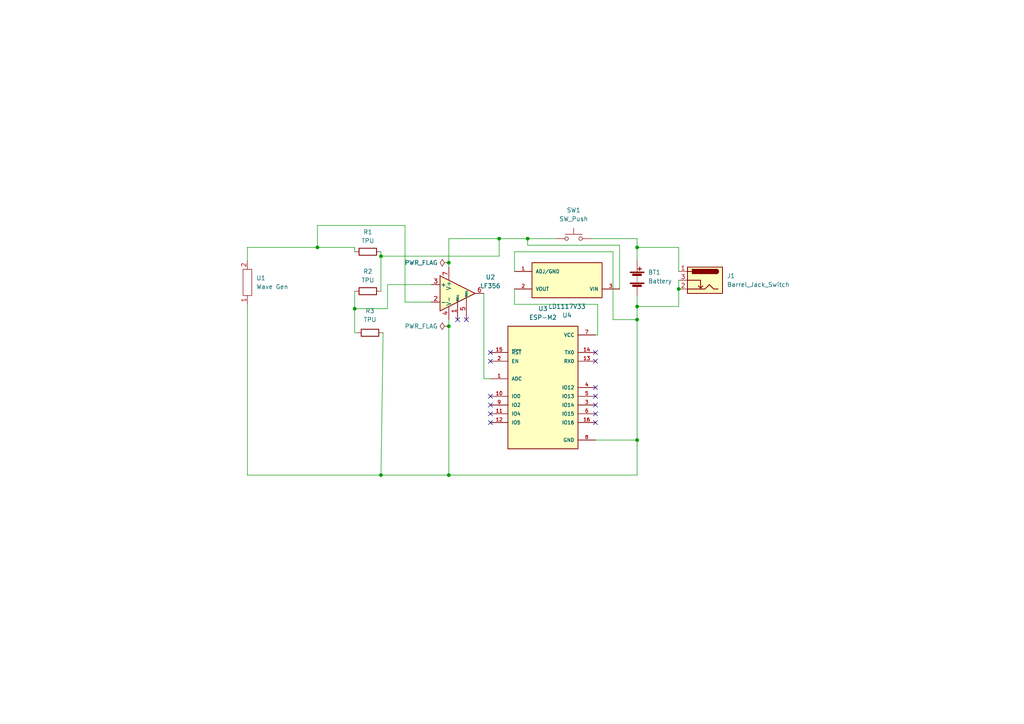
<source format=kicad_sch>
(kicad_sch (version 20211123) (generator eeschema)
  (paper "A4")
  (lib_symbols
    (symbol "Amplifier_Operational:LF356" (pin_names (offset 0.127))
      (property "Reference" "U" (at 0 6.35 0))
      (property "Value" "LF356" (at 0 3.81 0))
      (symbol "LF356_0_1"
        (polyline (pts (xy -5.08 5.08) (xy 5.08 0) (xy -5.08 -5.08) (xy -5.08 5.08)) (stroke (width 0.254)) (fill (type background)))
      )
      (symbol "LF356_1_1"
        (pin input line (at 0 -7.62 90) (length 5.08) (name "NULL") (number "1"))
        (pin input line (at -7.62 -2.54 0) (length 2.54) (name "-") (number "2"))
        (pin input line (at -7.62 2.54 0) (length 2.54) (name "+") (number "3"))
        (pin power_in line (at -2.54 -7.62 90) (length 3.81) (name "V-") (number "4"))
        (pin input line (at 2.54 -7.62 90) (length 6.35) (name "NULL") (number "5"))
        (pin output line (at 7.62 0 180) (length 2.54) (name "~") (number "6"))
        (pin power_in line (at -2.54 7.62 270) (length 3.81) (name "V+") (number "7"))
        (pin no_connect line (at 0 2.54 270) (length 2.54) hide (name "NC") (number "8"))
      )
    )
    (symbol "Connector:Barrel_Jack_Switch" (pin_names hide)
      (property "Reference" "J" (at 0 5.334 0))
      (property "Value" "Barrel_Jack_Switch" (at 0 -5.08 0))
      (symbol "Barrel_Jack_Switch_0_1"
        (rectangle (start -5.08 3.81) (end 5.08 -3.81) (stroke (width 0.254)) (fill (type background)))
        (arc (start -3.302 3.175) (mid -3.937 2.54) (end -3.302 1.905) (stroke (width 0.254)))
        (arc (start -3.302 3.175) (mid -3.937 2.54) (end -3.302 1.905) (stroke (width 0.254)) (fill (type outline)))
        (polyline (pts (xy 1.27 -2.286) (xy 1.905 -1.651)) (stroke (width 0.254)))
        (polyline (pts (xy 5.08 2.54) (xy 3.81 2.54)) (stroke (width 0.254)))
        (polyline (pts (xy 5.08 0) (xy 1.27 0) (xy 1.27 -2.286) (xy 0.635 -1.651)) (stroke (width 0.254)))
        (polyline (pts (xy -3.81 -2.54) (xy -2.54 -2.54) (xy -1.27 -1.27) (xy 0 -2.54) (xy 2.54 -2.54) (xy 5.08 -2.54)) (stroke (width 0.254)))
        (rectangle (start 3.683 3.175) (end -3.302 1.905) (stroke (width 0.254)) (fill (type outline)))
      )
      (symbol "Barrel_Jack_Switch_1_1"
        (pin passive line (at 7.62 2.54 180) (length 2.54) (name "~") (number "1"))
        (pin passive line (at 7.62 -2.54 180) (length 2.54) (name "~") (number "2"))
        (pin passive line (at 7.62 0 180) (length 2.54) (name "~") (number "3"))
      )
    )
    (symbol "Device:Battery" (pin_numbers hide) (pin_names (offset 0) hide)
      (property "Reference" "BT" (at 2.54 2.54 0))
      (property "Value" "Battery" (at 2.54 0 0))
      (symbol "Battery_0_1"
        (rectangle (start -2.032 -1.397) (end 2.032 -1.651) (fill (type outline)))
        (rectangle (start -2.032 1.778) (end 2.032 1.524) (fill (type outline)))
        (rectangle (start -1.3208 -1.9812) (end 1.27 -2.4892) (fill (type outline)))
        (rectangle (start -1.3208 1.1938) (end 1.27 0.6858) (fill (type outline)))
        (polyline (pts (xy 0 -1.524) (xy 0 -1.27)))
        (polyline (pts (xy 0 -1.016) (xy 0 -0.762)))
        (polyline (pts (xy 0 -0.508) (xy 0 -0.254)))
        (polyline (pts (xy 0 0) (xy 0 0.254)))
        (polyline (pts (xy 0 0.508) (xy 0 0.762)))
        (polyline (pts (xy 0 1.778) (xy 0 2.54)))
        (polyline (pts (xy 0.254 2.667) (xy 1.27 2.667)) (stroke (width 0.254)))
        (polyline (pts (xy 0.762 3.175) (xy 0.762 2.159)) (stroke (width 0.254)))
      )
      (symbol "Battery_1_1"
        (pin passive line (at 0 5.08 270) (length 2.54) (name "+") (number "1"))
        (pin passive line (at 0 -5.08 90) (length 2.54) (name "-") (number "2"))
      )
    )
    (symbol "Device:R" (pin_numbers hide) (pin_names (offset 0))
      (property "Reference" "R" (at 2.032 0 90))
      (property "Value" "R" (at 0 0 90))
      (symbol "R_0_1"
        (rectangle (start -1.016 -2.54) (end 1.016 2.54) (stroke (width 0.254)))
      )
      (symbol "R_1_1"
        (pin passive line (at 0 3.81 270) (length 1.27) (name "~") (number "1"))
        (pin passive line (at 0 -3.81 90) (length 1.27) (name "~") (number "2"))
      )
    )
    (symbol "MyStuff:ESP-M2" (pin_names (offset 1.016))
      (property "Reference" "U" (at -10.16 18.288 0))
      (property "Value" "ESP-M2" (at -10.16 -20.32 0))
      (symbol "ESP-M2_0_0"
        (rectangle (start -10.16 -17.78) (end 10.16 17.78) (stroke (width 0.254)) (fill (type background)))
        (pin bidirectional line (at -15.24 2.54 0) (length 5.08) (name "ADC") (number "1"))
        (pin bidirectional line (at -15.24 -2.54 0) (length 5.08) (name "IO0") (number "10"))
        (pin bidirectional line (at -15.24 -7.62 0) (length 5.08) (name "IO4") (number "11"))
        (pin bidirectional line (at -15.24 -10.16 0) (length 5.08) (name "IO5") (number "12"))
        (pin bidirectional line (at 15.24 7.62 180) (length 5.08) (name "RX0") (number "13"))
        (pin bidirectional line (at 15.24 10.16 180) (length 5.08) (name "TX0") (number "14"))
        (pin input line (at -15.24 10.16 0) (length 5.08) (name "~{RST}") (number "15"))
        (pin bidirectional line (at 15.24 -10.16 180) (length 5.08) (name "IO16") (number "16"))
        (pin input line (at -15.24 7.62 0) (length 5.08) (name "EN") (number "2"))
        (pin bidirectional line (at 15.24 -5.08 180) (length 5.08) (name "IO14") (number "3"))
        (pin bidirectional line (at 15.24 0 180) (length 5.08) (name "IO12") (number "4"))
        (pin bidirectional line (at 15.24 -2.54 180) (length 5.08) (name "IO13") (number "5"))
        (pin bidirectional line (at 15.24 -7.62 180) (length 5.08) (name "IO15") (number "6"))
        (pin power_in line (at 15.24 15.24 180) (length 5.08) (name "VCC") (number "7"))
        (pin power_in line (at 15.24 -15.24 180) (length 5.08) (name "GND") (number "8"))
        (pin bidirectional line (at -15.24 -5.08 0) (length 5.08) (name "IO2") (number "9"))
      )
    )
    (symbol "MyStuff:LD1117V33" (pin_names (offset 1.016))
      (property "Reference" "U4" (at 0 10.16 0))
      (property "Value" "LD1117V33" (at 0 7.62 0))
      (symbol "LD1117V33_0_0"
        (rectangle (start -10.16 -5.08) (end 10.16 5.08) (stroke (width 0.254)) (fill (type background)))
        (pin passive line (at 15.24 -2.54 180) (length 5.08) (name "ADJ/GND") (number "1"))
        (pin power_out line (at 15.24 2.54 180) (length 5.08) (name "VOUT") (number "2"))
        (pin input line (at -15.24 2.54 0) (length 5.08) (name "VIN") (number "3"))
      )
    )
    (symbol "New_Library:thing"
      (property "Reference" "U" (at 0 2.54 0))
      (property "Value" "thing" (at 0 1.27 0))
      (symbol "thing_0_1"
        (rectangle (start -3.81 1.27) (end 3.81 -1.27))
      )
      (symbol "thing_1_1"
        (pin input line (at -6.35 0 0) (length 2.54) (name "") (number "1"))
        (pin input line (at 6.35 0 180) (length 2.54) (name "") (number "2"))
      )
    )
    (symbol "Switch:SW_Push" (pin_numbers hide) (pin_names (offset 1.016) hide)
      (property "Reference" "SW" (at 1.27 2.54 0))
      (property "Value" "SW_Push" (at 0 -1.524 0))
      (symbol "SW_Push_0_1"
        (circle (center -2.032 0) (radius 0.508))
        (polyline (pts (xy 0 1.27) (xy 0 3.048)))
        (polyline (pts (xy 2.54 1.27) (xy -2.54 1.27)))
        (circle (center 2.032 0) (radius 0.508))
        (pin passive line (at -5.08 0 0) (length 2.54) (name "1") (number "1"))
        (pin passive line (at 5.08 0 180) (length 2.54) (name "2") (number "2"))
      )
    )
    (symbol "power:PWR_FLAG" (power) (pin_numbers hide) (pin_names (offset 0) hide)
      (property "Value" "PWR_FLAG" (at 0 3.81 0))
      (symbol "PWR_FLAG_0_0"
        (pin power_out line (at 0 0 90) (length 0) (name "pwr") (number "1"))
      )
      (symbol "PWR_FLAG_0_1"
        (polyline (pts (xy 0 0) (xy 0 1.27) (xy -1.016 1.905) (xy 0 2.54) (xy 1.016 1.905) (xy 0 1.27)))
      )
    )
  )
  (junction (at 144.78 69.215))
  (junction (at 153.035 69.215))
  (junction (at 184.785 88.9))
  (junction (at 110.49 74.295))
  (junction (at 110.49 137.795))
  (junction (at 92.075 71.755))
  (junction (at 184.785 71.755))
  (junction (at 102.87 89.535))
  (junction (at 130.175 137.795))
  (junction (at 184.785 127.635))
  (junction (at 184.785 92.71))
  (junction (at 196.85 83.82))
  (junction (at 130.175 94.615))
  (junction (at 130.175 76.2))
  (no_connect (at 132.715 92.71))
  (no_connect (at 135.255 92.71))
  (no_connect (at 142.24 102.235))
  (no_connect (at 142.24 104.775))
  (no_connect (at 172.72 120.015))
  (no_connect (at 172.72 122.555))
  (no_connect (at 142.24 117.475))
  (no_connect (at 142.24 114.935))
  (no_connect (at 142.24 120.015))
  (no_connect (at 142.24 122.555))
  (no_connect (at 172.72 104.775))
  (no_connect (at 172.72 117.475))
  (no_connect (at 172.72 114.935))
  (no_connect (at 172.72 102.235))
  (no_connect (at 172.72 112.395))
  (wire (pts (xy 196.85 71.755) (xy 184.785 71.755)))
  (wire (pts (xy 184.785 69.215) (xy 184.785 71.755)))
  (wire (pts (xy 179.705 71.12) (xy 153.035 71.12)))
  (wire (pts (xy 140.335 109.855) (xy 142.24 109.855)))
  (wire (pts (xy 184.785 88.9) (xy 184.785 92.71)))
  (wire (pts (xy 173.355 88.265) (xy 173.355 97.155)))
  (wire (pts (xy 71.755 137.795) (xy 110.49 137.795)))
  (wire (pts (xy 196.85 81.28) (xy 196.85 83.82)))
  (wire (pts (xy 196.85 83.82) (xy 196.85 88.9)))
  (wire (pts (xy 177.8 73.025) (xy 177.8 92.71)))
  (wire (pts (xy 117.475 65.405) (xy 117.475 87.63)))
  (wire (pts (xy 117.475 87.63) (xy 125.095 87.63)))
  (wire (pts (xy 172.72 97.155) (xy 173.355 97.155)))
  (wire (pts (xy 130.175 69.215) (xy 144.78 69.215)))
  (wire (pts (xy 130.175 69.215) (xy 130.175 76.2)))
  (wire (pts (xy 184.785 92.71) (xy 184.785 127.635)))
  (wire (pts (xy 112.395 82.55) (xy 112.395 89.535)))
  (wire (pts (xy 111.125 96.52) (xy 110.49 137.795)))
  (wire (pts (xy 184.785 71.755) (xy 184.785 75.565)))
  (wire (pts (xy 172.72 127.635) (xy 184.785 127.635)))
  (wire (pts (xy 125.095 82.55) (xy 112.395 82.55)))
  (wire (pts (xy 196.85 78.74) (xy 196.85 71.755)))
  (wire (pts (xy 71.755 75.565) (xy 71.755 71.755)))
  (wire (pts (xy 102.87 89.535) (xy 112.395 89.535)))
  (wire (pts (xy 144.78 74.295) (xy 144.78 69.215)))
  (wire (pts (xy 149.225 88.265) (xy 173.355 88.265)))
  (wire (pts (xy 153.035 69.215) (xy 161.29 69.215)))
  (wire (pts (xy 149.225 73.025) (xy 177.8 73.025)))
  (wire (pts (xy 110.49 74.295) (xy 110.49 84.455)))
  (wire (pts (xy 71.755 71.755) (xy 92.075 71.755)))
  (wire (pts (xy 102.87 89.535) (xy 102.87 96.52)))
  (wire (pts (xy 110.49 74.295) (xy 144.78 74.295)))
  (wire (pts (xy 102.87 96.52) (xy 103.505 96.52)))
  (wire (pts (xy 149.225 78.74) (xy 149.225 73.025)))
  (wire (pts (xy 171.45 69.215) (xy 184.785 69.215)))
  (wire (pts (xy 92.075 71.755) (xy 92.075 65.405)))
  (wire (pts (xy 110.49 73.025) (xy 110.49 74.295)))
  (wire (pts (xy 184.785 127.635) (xy 184.785 137.795)))
  (wire (pts (xy 92.075 71.755) (xy 102.87 71.755)))
  (wire (pts (xy 153.035 71.12) (xy 153.035 69.215)))
  (wire (pts (xy 130.175 92.71) (xy 130.175 94.615)))
  (wire (pts (xy 196.85 88.9) (xy 184.785 88.9)))
  (wire (pts (xy 184.785 85.725) (xy 184.785 88.9)))
  (wire (pts (xy 110.49 137.795) (xy 130.175 137.795)))
  (wire (pts (xy 102.87 84.455) (xy 102.87 89.535)))
  (wire (pts (xy 130.175 94.615) (xy 130.175 137.795)))
  (wire (pts (xy 140.335 85.09) (xy 140.335 109.855)))
  (wire (pts (xy 177.8 92.71) (xy 184.785 92.71)))
  (wire (pts (xy 92.075 65.405) (xy 117.475 65.405)))
  (wire (pts (xy 130.175 137.795) (xy 184.785 137.795)))
  (wire (pts (xy 102.87 71.755) (xy 102.87 73.025)))
  (wire (pts (xy 144.78 69.215) (xy 153.035 69.215)))
  (wire (pts (xy 149.225 83.82) (xy 149.225 88.265)))
  (wire (pts (xy 71.755 88.265) (xy 71.755 137.795)))
  (wire (pts (xy 130.175 76.2) (xy 130.175 77.47)))
  (wire (pts (xy 179.705 83.82) (xy 179.705 71.12)))
  (symbol (lib_id "Device:Battery") (at 184.785 80.645 0) (unit 1)
    (property "Reference" "BT1" (at 187.96 78.9939 0) (effects (justify left)))
    (property "Value" "Battery" (at 187.96 81.5339 0) (effects (justify left)))
    (property "Footprint" "4DPrinting:Battery" (effects hide))
  )
  (symbol (lib_id "Connector:Barrel_Jack_Switch") (at 204.47 81.28 0) (mirror y) (unit 1)
    (property "Reference" "J1" (at 210.82 80.0099 0) (effects (justify right)))
    (property "Value" "Barrel_Jack_Switch" (at 210.82 82.5499 0) (effects (justify right)))
    (property "Footprint" "4DPrinting:charge_port" (effects hide))
  )
  (symbol (lib_id "power:PWR_FLAG") (at 130.175 76.2 90) (unit 1)
    (property "Reference" "#FLG0101" (effects hide))
    (property "Value" "PWR_FLAG" (at 127 76.1999 90) (effects (justify left)))
  )
  (symbol (lib_id "Device:R") (at 106.68 84.455 90) (unit 1)
    (property "Reference" "R2" (at 106.68 78.74 90))
    (property "Value" "TPU" (at 106.68 81.28 90))
    (property "Footprint" "4DPrinting:TPU" (effects hide))
  )
  (symbol (lib_id "power:PWR_FLAG") (at 130.175 94.615 90) (unit 1)
    (property "Reference" "#FLG0102" (effects hide))
    (property "Value" "PWR_FLAG" (at 127 94.6149 90) (effects (justify left)))
  )
  (symbol (lib_id "New_Library:thing") (at 71.755 81.915 90) (unit 1)
    (property "Reference" "U1" (at 74.295 80.6449 90) (effects (justify right)))
    (property "Value" "Wave Gen" (at 74.295 83.1849 90) (effects (justify right)))
    (property "Footprint" "4DPrinting:wave_gen" (effects hide))
  )
  (symbol (lib_id "Amplifier_Operational:LF356") (at 132.715 85.09 0) (unit 1)
    (property "Reference" "U2" (at 142.24 80.391 0))
    (property "Value" "LF356" (at 142.24 82.931 0))
    (property "Footprint" "4DPrinting:custom_lf356" (effects hide))
    (property "Datasheet" "http://www.ti.com/lit/ds/symlink/lf357.pdf" (effects hide))
  )
  (symbol (lib_id "Device:R") (at 107.315 96.52 90) (unit 1)
    (property "Reference" "R3" (at 107.315 90.17 90))
    (property "Value" "TPU" (at 107.315 92.71 90))
    (property "Footprint" "4DPrinting:TPU" (effects hide))
  )
  (symbol (lib_id "MyStuff:ESP-M2") (at 157.48 112.395 0) (unit 1)
    (property "Reference" "U3" (at 157.48 89.535 0))
    (property "Value" "ESP-M2" (at 157.48 92.075 0))
    (property "Footprint" "4DPrinting:MODULE_ESP-M2" (effects hide))
    (property "MANUFACTURER" "Doctors of Intelligence & Technology Co., LTD" (effects hide))
    (property "SNAPEDA_PN" "ESP-M2" (effects hide))
    (property "PARTREV" "V1.0" (effects hide))
    (property "MAXIMUM_PACKAGE_HEIGHT" "3.0 mm" (effects hide))
    (property "STANDARD" "Manufacturer Recommendations" (effects hide))
  )
  (symbol (lib_id "Device:R") (at 106.68 73.025 90) (unit 1)
    (property "Reference" "R1" (at 106.68 67.31 90))
    (property "Value" "TPU" (at 106.68 69.85 90))
    (property "Footprint" "4DPrinting:TPU" (effects hide))
  )
  (symbol (lib_id "MyStuff:LD1117V33") (at 164.465 81.28 180) (unit 1)
    (property "Reference" "U4" (at 164.465 91.44 0))
    (property "Value" "LD1117V33" (at 164.465 88.9 0))
    (property "Footprint" "4DPrinting:voltage_regulator" (effects hide))
    (property "MANUFACTURER" "ST Microelectronics" (effects hide))
    (property "PARTREV" "37" (effects hide))
    (property "STANDARD" "IPC-7351B" (effects hide))
    (property "MAXIMUM_PACKAGE_HEIGHT" "19.68mm" (effects hide))
  )
  (symbol (lib_id "Switch:SW_Push") (at 166.37 69.215 0) (unit 1)
    (property "Reference" "SW1" (at 166.37 60.96 0))
    (property "Value" "SW_Push" (at 166.37 63.5 0))
    (property "Footprint" "4DPrinting:switch" (effects hide))
  )
)
</source>
